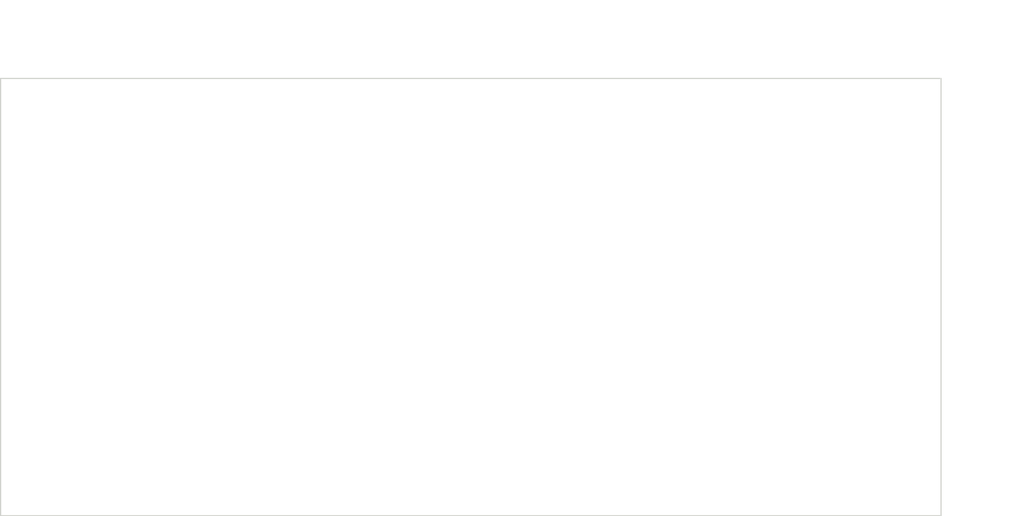
<source format=kicad_pcb>
(kicad_pcb (version 20171130) (host pcbnew "(5.1.0)-1")

  (general
    (thickness 1.6)
    (drawings 16)
    (tracks 0)
    (zones 0)
    (modules 0)
    (nets 1)
  )

  (page A4)
  (layers
    (0 F.Cu signal)
    (31 B.Cu signal)
    (32 B.Adhes user)
    (33 F.Adhes user)
    (34 B.Paste user)
    (35 F.Paste user)
    (36 B.SilkS user)
    (37 F.SilkS user)
    (38 B.Mask user)
    (39 F.Mask user)
    (40 Dwgs.User user)
    (41 Cmts.User user)
    (42 Eco1.User user)
    (43 Eco2.User user)
    (44 Edge.Cuts user)
    (45 Margin user)
    (46 B.CrtYd user)
    (47 F.CrtYd user)
    (48 B.Fab user)
    (49 F.Fab user)
  )

  (setup
    (last_trace_width 0.25)
    (trace_clearance 0.2)
    (zone_clearance 0.508)
    (zone_45_only no)
    (trace_min 0.2)
    (via_size 0.8)
    (via_drill 0.4)
    (via_min_size 0.4)
    (via_min_drill 0.3)
    (uvia_size 0.3)
    (uvia_drill 0.1)
    (uvias_allowed no)
    (uvia_min_size 0.2)
    (uvia_min_drill 0.1)
    (edge_width 0.05)
    (segment_width 0.2)
    (pcb_text_width 0.3)
    (pcb_text_size 1.5 1.5)
    (mod_edge_width 0.12)
    (mod_text_size 1 1)
    (mod_text_width 0.15)
    (pad_size 1.524 1.524)
    (pad_drill 0.762)
    (pad_to_mask_clearance 0.051)
    (solder_mask_min_width 0.25)
    (aux_axis_origin 0 0)
    (visible_elements FFFFFF7F)
    (pcbplotparams
      (layerselection 0x010fc_ffffffff)
      (usegerberextensions false)
      (usegerberattributes false)
      (usegerberadvancedattributes false)
      (creategerberjobfile false)
      (excludeedgelayer true)
      (linewidth 0.152400)
      (plotframeref false)
      (viasonmask false)
      (mode 1)
      (useauxorigin false)
      (hpglpennumber 1)
      (hpglpenspeed 20)
      (hpglpendiameter 15.000000)
      (psnegative false)
      (psa4output false)
      (plotreference true)
      (plotvalue true)
      (plotinvisibletext false)
      (padsonsilk false)
      (subtractmaskfromsilk false)
      (outputformat 1)
      (mirror false)
      (drillshape 1)
      (scaleselection 1)
      (outputdirectory ""))
  )

  (net 0 "")

  (net_class Default "This is the default net class."
    (clearance 0.2)
    (trace_width 0.25)
    (via_dia 0.8)
    (via_drill 0.4)
    (uvia_dia 0.3)
    (uvia_drill 0.1)
  )

  (gr_line (start 69.742617 137.411961) (end 228.742617 137.411961) (layer Edge.Cuts) (width 0.2))
  (gr_line (start 228.742617 137.411961) (end 228.742617 63.411961) (layer Edge.Cuts) (width 0.2))
  (gr_line (start 228.742617 63.411961) (end 69.742617 63.411961) (layer Edge.Cuts) (width 0.2))
  (gr_line (start 69.742617 63.411961) (end 69.742617 137.411961) (layer Edge.Cuts) (width 0.2))
  (gr_text [2.91] (at 238.742617 109.551422) (layer Dwgs.User)
    (effects (font (size 1.7 1.53) (thickness 0.2125)))
  )
  (gr_text " 74.00" (at 238.742617 105.993987) (layer Dwgs.User)
    (effects (font (size 1.7 1.53) (thickness 0.2125)))
  )
  (gr_line (start 238.742617 65.411961) (end 238.742617 104.104525) (layer Dwgs.User) (width 0.2))
  (gr_line (start 238.742617 135.411961) (end 238.742617 111.219396) (layer Dwgs.User) (width 0.2))
  (gr_line (start 229.742617 63.411961) (end 241.917617 63.411961) (layer Dwgs.User) (width 0.2))
  (gr_line (start 229.742617 137.411961) (end 241.917617 137.411961) (layer Dwgs.User) (width 0.2))
  (gr_text [6.26] (at 189.242617 55.301422) (layer Dwgs.User)
    (effects (font (size 1.7 1.53) (thickness 0.2125)))
  )
  (gr_text " 159.00" (at 189.242617 51.743987) (layer Dwgs.User)
    (effects (font (size 1.7 1.53) (thickness 0.2125)))
  )
  (gr_line (start 71.742617 53.411961) (end 184.537604 53.411961) (layer Dwgs.User) (width 0.2))
  (gr_line (start 226.742617 53.411961) (end 193.947631 53.411961) (layer Dwgs.User) (width 0.2))
  (gr_line (start 69.742617 62.411961) (end 69.742617 50.236961) (layer Dwgs.User) (width 0.2))
  (gr_line (start 228.742617 62.411961) (end 228.742617 50.236961) (layer Dwgs.User) (width 0.2))

)

</source>
